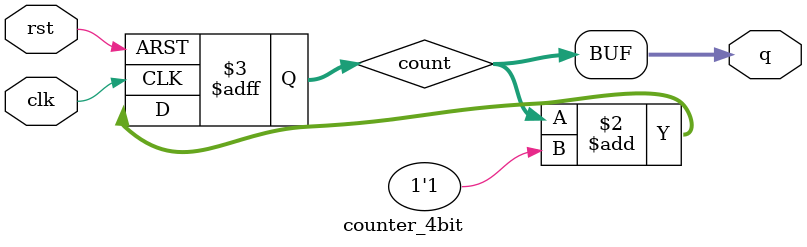
<source format=v>
module counter_4bit( input clk, input rst,      // Asynchronous reset
		    output [3:0] q  // 4-bit output
	    );

	    reg [3:0] count;

	    always @(posedge clk or posedge rst) begin
		        if (rst)
				        count <= 4'b0000;
		        else
			            count <= count + 1'b1;
		        end
				assign q = count;
endmodule

</source>
